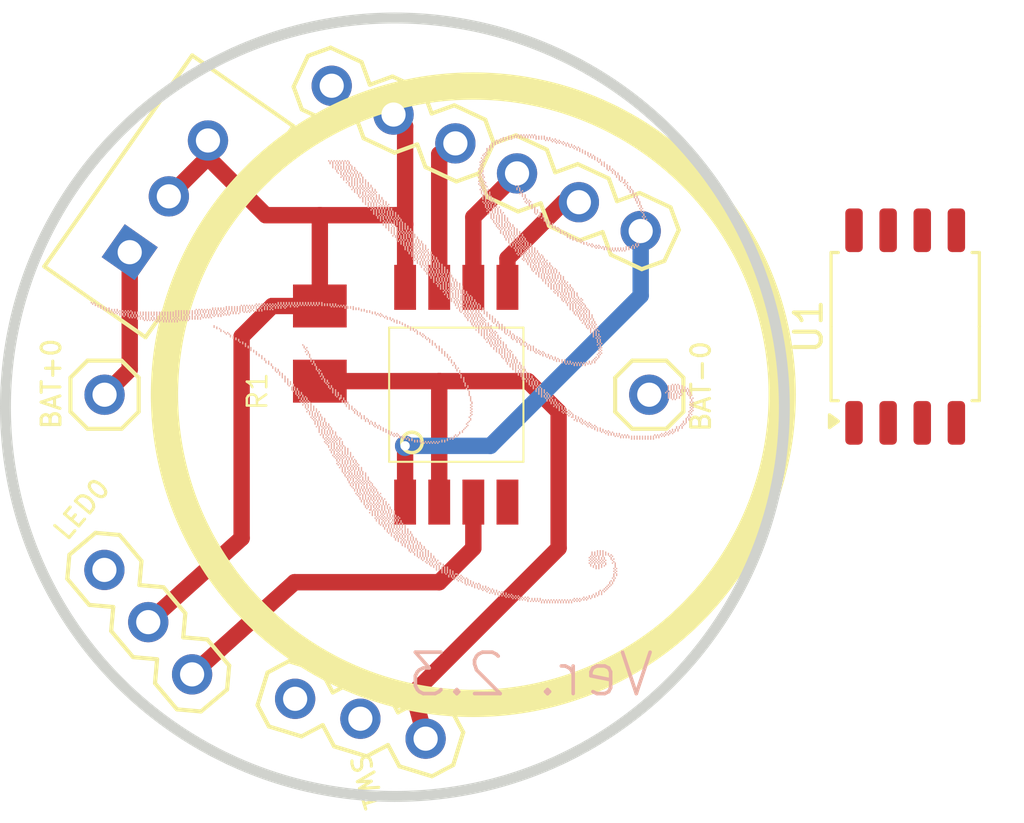
<source format=kicad_pcb>
(kicad_pcb (version 20241229) (generator "pcbnew") (generator_version "9.0")
  (layers (0 "F.Cu" signal) (2 "B.Cu" signal) (13 "F.Paste" user) (15 "B.Paste" user) (5 "F.SilkS" user "F.Silkscreen") (7 "B.SilkS" user "B.Silkscreen") (1 "F.Mask" user) (3 "B.Mask" user) (25 "Edge.Cuts" user))
  (net 0 "")
  (net 1 "+3V3")
  (net 2 "GND")
  (net 3 "Net-(ATTINY85-1-PB4)")
  (net 4 "Net-(ATTINY85-1-PB2)")
  (net 5 "Net-(ATTINY85-1-RESET)")
  (net 6 "/PB3")
  (net 7 "Net-(ATTINY85-1-PB1)")
  (net 8 "Net-(ATTINY85-1-PB0)")
  (footprint "PINHEAD-MA01-1_30941153" (layer "F.Cu") (at 136.4211 104.5386)
    (property "Reference" "BAT+0" (at -0.301 1.35 90) (layer "F.SilkS") (effects (font (size 0.6985 0.6985) (thickness 0.1143)) (justify left bottom)))
    (property "Value" "bat+" (hide yes))
    (pad "1" thru_hole circle (at 1.27 0 90) (size 1.5 1.5) (drill 0.9) (layers "*.Cu" "*.Mask") (net 1 "+3V3"))
  )
  (footprint "PINHEAD-MA03-1" (layer "F.Cu") (at 156.5011 97.9036 155)
    (property "Reference" "SV1" (hide yes))
    (property "Value" "PIN-A" (hide yes))
    (pad "1" thru_hole circle (at -1.27 0 245) (size 1.5 1.5) (drill 0.9) (layers "*.Cu" "*.Mask") (net 5 "Net-(ATTINY85-1-RESET)"))
    (pad "2" thru_hole circle (at 1.27 0 245) (size 1.5 1.5) (drill 0.9) (layers "*.Cu" "*.Mask") (net 8 "Net-(ATTINY85-1-PB0)"))
    (pad "3" thru_hole circle (at 3.81 0 245) (size 1.5 1.5) (drill 0.9) (layers "*.Cu" "*.Mask") (net 7 "Net-(ATTINY85-1-PB1)"))
  )
  (footprint "PINHEAD-MA03-1_30941153" (layer "F.Cu") (at 138.5011 112.0386 -50)
    (property "Reference" "LED0" (at -2.906804 0.453153 50) (layer "F.SilkS") (effects (font (size 0.6985 0.6985) (thickness 0.1143)) (justify left bottom)))
    (property "Value" "LED1" (hide yes))
    (pad "1" thru_hole circle (at -1.269999 0 40) (size 1.5 1.5) (drill 0.9) (layers "*.Cu" "*.Mask") (net 2 "GND"))
    (pad "2" thru_hole circle (at 1.269999 0 40) (size 1.5 1.5) (drill 0.9) (layers "*.Cu" "*.Mask") (net 1 "+3V3"))
    (pad "3" thru_hole circle (at 3.81 0 40) (size 1.5 1.5) (drill 0.9) (layers "*.Cu" "*.Mask") (net 3 "Net-(ATTINY85-1-PB4)"))
  )
  (footprint "PINHEAD-MA03-1" (layer "F.Cu") (at 146.0011 116.2386 -17)
    (property "Reference" "SW1" (at 1.210637 1.492761 287) (layer "F.SilkS") (effects (font (size 0.6985 0.6985) (thickness 0.1143)) (justify left bottom)))
    (property "Value" "bat+" (hide yes))
    (pad "1" thru_hole circle (at -1.27 0 73) (size 1.5 1.5) (drill 0.9) (layers "*.Cu" "*.Mask") (net 2 "GND"))
    (pad "2" thru_hole circle (at 1.27 0 73) (size 1.5 1.5) (drill 0.9) (layers "*.Cu" "*.Mask") (net 2 "GND"))
    (pad "3" thru_hole circle (at 3.81 0 73) (size 1.5 1.5) (drill 0.9) (layers "*.Cu" "*.Mask") (net 6 "/PB3"))
  )
  (footprint "M3216_334" (layer "F.Cu") (at 145.7061 102.6336 90)
    (property "Reference" "R1" (at -2.54 -1.905 90) (layer "F.SilkS") (effects (font (size 0.719328 0.719328) (thickness 0.093472)) (justify left bottom)))
    (property "Value" "10K")
    (pad "1" smd rect (at -1.4 0 90) (size 1.6 2) (layers "F.Cu" "F.Mask" "F.Paste") (net 6 "/PB3"))
    (pad "2" smd rect (at 1.4 0 90) (size 1.6 2) (layers "F.Cu" "F.Mask" "F.Paste") (net 1 "+3V3"))
  )
  (footprint "Package_SO:SOIC-8_5.3x5.3mm_P1.27mm" (layer "F.Cu") (at 167.5 102 90)
    (property "Reference" "U1" (at 0 -3.6 90) (layer "F.SilkS"))
    (property "Value" "ATtiny85-20S")
    (pad "1" smd roundrect (at -3.5875 -1.905 90) (size 1.625 0.65) (layers "F.Cu" "F.Mask" "F.Paste"))
    (pad "2" smd roundrect (at -3.5875 -0.635 90) (size 1.625 0.65) (layers "F.Cu" "F.Mask" "F.Paste"))
    (pad "3" smd roundrect (at -3.5875 0.635 90) (size 1.625 0.65) (layers "F.Cu" "F.Mask" "F.Paste"))
    (pad "4" smd roundrect (at -3.5875 1.905 90) (size 1.625 0.65) (layers "F.Cu" "F.Mask" "F.Paste"))
    (pad "5" smd roundrect (at 3.5875 1.905 90) (size 1.625 0.65) (layers "F.Cu" "F.Mask" "F.Paste"))
    (pad "6" smd roundrect (at 3.5875 0.635 90) (size 1.625 0.65) (layers "F.Cu" "F.Mask" "F.Paste"))
    (pad "7" smd roundrect (at 3.5875 -0.635 90) (size 1.625 0.65) (layers "F.Cu" "F.Mask" "F.Paste"))
    (pad "8" smd roundrect (at 3.5875 -1.905 90) (size 1.625 0.65) (layers "F.Cu" "F.Mask" "F.Paste"))
  )
  (footprint "PINHEAD-MA03-1" (layer "F.Cu") (at 149.6011 94.6386 155)
    (property "Reference" "SV2" (hide yes))
    (property "Value" "PIN-B" (hide yes))
    (pad "1" thru_hole circle (at -1.27 0 245) (size 1.5 1.5) (drill 0.9) (layers "*.Cu" "*.Mask") (net 4 "Net-(ATTINY85-1-PB2)"))
    (pad "2" thru_hole circle (at 1.27 0 245) (size 1.5 1.5) (drill 0.9) (layers "*.Cu" "*.Mask") (net 1 "+3V3"))
    (pad "3" thru_hole circle (at 3.81 0 245) (size 1.5 1.5) (drill 0.9) (layers "*.Cu" "*.Mask") (net 2 "GND"))
  )
  (footprint "SW3-1_30941153" (layer "F.Cu") (at 139.3561 98.1886 55)
    (property "Reference" "SW2" (hide yes))
    (property "Value" "POWER" (hide yes))
    (pad "1" thru_hole rect (at -1.27 0 55) (size 1.5 1.5) (drill 0.9) (layers "*.Cu" "*.Mask") (net 1 "+3V3"))
    (pad "2" thru_hole circle (at 1.27 0 55) (size 1.5 1.5) (drill 0.9) (layers "*.Cu" "*.Mask") (net 1 "+3V3"))
    (pad "3" thru_hole circle (at 3.81 0 55) (size 1.5 1.5) (drill 0.9) (layers "*.Cu" "*.Mask") (net 1 "+3V3"))
  )
  (footprint "PINHEAD-MA01-1_30941153" (layer "F.Cu") (at 156.7011 104.5386)
    (property "Reference" "BAT-0" (at 3.603 1.444 90) (layer "F.SilkS") (effects (font (size 0.6985 0.6985) (thickness 0.1143)) (justify left bottom)))
    (property "Value" "bat-" (hide yes))
    (pad "1" thru_hole circle (at 1.27 0 90) (size 1.5 1.5) (drill 0.9) (layers "*.Cu" "*.Mask") (net 2 "GND"))
  )
  (footprint "ATTINY85-20SUR" (layer "F.Cu") (at 150.7861 104.5386 90)
    (property "Reference" "ATTINY85-1" (hide yes))
    (property "Value" "ATTINY85")
    (pad "P1" smd rect (at -4 -1.905 90) (size 1.6764 0.8128) (layers "F.Cu" "F.Mask" "F.Paste") (net 5 "Net-(ATTINY85-1-RESET)"))
    (pad "P2" smd rect (at -4 -0.635 90) (size 1.6764 0.8128) (layers "F.Cu" "F.Mask" "F.Paste") (net 6 "/PB3"))
    (pad "P3" smd rect (at -4 0.635 90) (size 1.6764 0.8128) (layers "F.Cu" "F.Mask" "F.Paste") (net 3 "Net-(ATTINY85-1-PB4)"))
    (pad "P4" smd rect (at -4 1.905 90) (size 1.6764 0.8128) (layers "F.Cu" "F.Mask" "F.Paste") (net 2 "GND"))
    (pad "P5" smd rect (at 4 1.905 90) (size 1.6764 0.8128) (layers "F.Cu" "F.Mask" "F.Paste") (net 8 "Net-(ATTINY85-1-PB0)"))
    (pad "P6" smd rect (at 4 0.635 90) (size 1.6764 0.8128) (layers "F.Cu" "F.Mask" "F.Paste") (net 7 "Net-(ATTINY85-1-PB1)"))
    (pad "P7" smd rect (at 4 -0.635 90) (size 1.6764 0.8128) (layers "F.Cu" "F.Mask" "F.Paste") (net 4 "Net-(ATTINY85-1-PB2)"))
    (pad "P8" smd rect (at 4 -1.905 90) (size 1.6764 0.8128) (layers "F.Cu" "F.Mask" "F.Paste") (net 1 "+3V3"))
  )
  (footprint "LOGO-YT1" (layer "B.Cu") (at 160.3111 112.7936 180)
    (property "Reference" "LOGO1" (hide yes))
    (property "Value" "LOGO-YT" (hide yes))
  )
  (gr_circle (center 151.4211 104.5386) (end 162.9211 104.5386) (stroke (width 1.016)) (fill no) (layer "F.SilkS"))
  (gr_circle (center 148.5011 105.0036) (end 163.0011 105.0036) (stroke (width 0.4064)) (fill no) (layer "Edge.Cuts"))
  (gr_text "Ver. 2.3" (at 148.8811 114.0636 0) (layer "B.SilkS") (effects (font (size 1.542288 1.542288) (thickness 0.134112)) (justify right top mirror)))
  (segment (start 145.7061 97.850725) (end 148.543225 97.850725) (width 0.6096) (layer "F.Cu") (net 1))
  (segment (start 139.317441 113.011475) (end 142.794125 109.883809) (width 0.6096) (layer "F.Cu") (net 1))
  (segment (start 138.62766 103.602041) (end 138.62766 99.228925) (width 0.6096) (layer "F.Cu") (net 1))
  (segment (start 141.541429 95.067632) (end 141.541429 95.702632) (width 0.6096) (layer "F.Cu") (net 1))
  (segment (start 148.543225 97.850725) (end 148.8811 98.1886) (width 0.6096) (layer "F.Cu") (net 1))
  (segment (start 148.450091 94.101875) (end 148.8811 94.532885) (width 0.6096) (layer "F.Cu") (net 1))
  (segment (start 143.9311 101.2336) (end 145.7061 101.2336) (width 0.6096) (layer "F.Cu") (net 1))
  (segment (start 148.8811 98.1886) (end 148.8811 100.5386) (width 0.6096) (layer "F.Cu") (net 1))
  (segment (start 142.794125 102.370575) (end 143.9311 101.2336) (width 0.6096) (layer "F.Cu") (net 1))
  (segment (start 141.541429 95.691394) (end 141.541429 95.067632) (width 0.6096) (layer "F.Cu") (net 1))
  (segment (start 148.8811 94.532885) (end 148.8811 98.1886) (width 0.6096) (layer "F.Cu") (net 1))
  (segment (start 143.689522 97.850725) (end 145.7061 97.850725) (width 0.6096) (layer "F.Cu") (net 1))
  (segment (start 143.689522 97.850725) (end 141.541429 95.702632) (width 0.6096) (layer "F.Cu") (net 1))
  (segment (start 145.7061 101.2336) (end 145.7061 97.850725) (width 0.6096) (layer "F.Cu") (net 1))
  (segment (start 142.794125 109.883809) (end 142.794125 102.370575) (width 0.6096) (layer "F.Cu") (net 1))
  (segment (start 137.6911 104.5386) (end 138.62766 103.602041) (width 0.6096) (layer "F.Cu") (net 1))
  (segment (start 140.084544 97.148279) (end 141.541429 95.691394) (width 0.6096) (layer "F.Cu") (net 1))
  (segment (start 150.1511 111.5236) (end 151.4211 110.2536) (width 0.6096) (layer "F.Cu") (net 3))
  (segment (start 151.4211 110.2536) (end 151.4211 108.5386) (width 0.6096) (layer "F.Cu") (net 3))
  (segment (start 140.950122 114.957228) (end 144.763944 111.5236) (width 0.6096) (layer "F.Cu") (net 3))
  (segment (start 144.763944 111.5236) (end 150.1511 111.5236) (width 0.6096) (layer "F.Cu") (net 3))
  (segment (start 150.1511 95.576341) (end 150.752113 95.175329) (width 0.6096) (layer "F.Cu") (net 4))
  (segment (start 150.1511 100.5386) (end 150.1511 95.576341) (width 0.6096) (layer "F.Cu") (net 4))
  (segment (start 148.8811 108.5386) (end 148.8811 106.4436) (width 0.6096) (layer "F.Cu") (net 5))
  (via (at 148.8811 106.4436) (size 0.7564) (drill 0.35) (layers "F.Cu" "B.Cu") (net 5))
  (segment (start 152.0561 106.4436) (end 157.652109 100.847591) (width 0.6096) (layer "B.Cu") (net 5))
  (segment (start 148.8811 106.4436) (end 152.0561 106.4436) (width 0.6096) (layer "B.Cu") (net 5))
  (segment (start 157.652109 100.847591) (end 157.652109 98.440329) (width 0.6096) (layer "B.Cu") (net 5))
  (segment (start 150.1511 104.0336) (end 153.4561 104.0336) (width 0.6096) (layer "F.Cu") (net 6))
  (segment (start 150.1511 104.0336) (end 150.1511 108.5386) (width 0.6096) (layer "F.Cu") (net 6))
  (segment (start 149.644622 117.352534) (end 149.181279 115.668421) (width 0.6096) (layer "F.Cu") (net 6))
  (segment (start 153.4561 104.0336) (end 154.5961 105.1736) (width 0.6096) (layer "F.Cu") (net 6))
  (segment (start 149.181279 115.668421) (end 154.5961 110.2536) (width 0.6096) (layer "F.Cu") (net 6))
  (segment (start 145.7061 104.0336) (end 150.1511 104.0336) (width 0.6096) (layer "F.Cu") (net 6))
  (segment (start 154.5961 105.1736) (end 154.5961 110.2536) (width 0.6096) (layer "F.Cu") (net 6))
  (segment (start 151.4211 100.5386) (end 151.4211 97.920394) (width 0.6096) (layer "F.Cu") (net 7))
  (segment (start 151.4211 97.920394) (end 153.048069 96.293425) (width 0.6096) (layer "F.Cu") (net 7))
  (segment (start 152.6911 99.4586) (end 154.782825 97.366875) (width 0.6096) (layer "F.Cu") (net 8))
  (segment (start 152.6911 100.5386) (end 152.6911 99.4586) (width 0.6096) (layer "F.Cu") (net 8))
  (segment (start 154.782825 97.366875) (end 155.350091 97.366875) (width 0.6096) (layer "F.Cu") (net 8))
)
</source>
